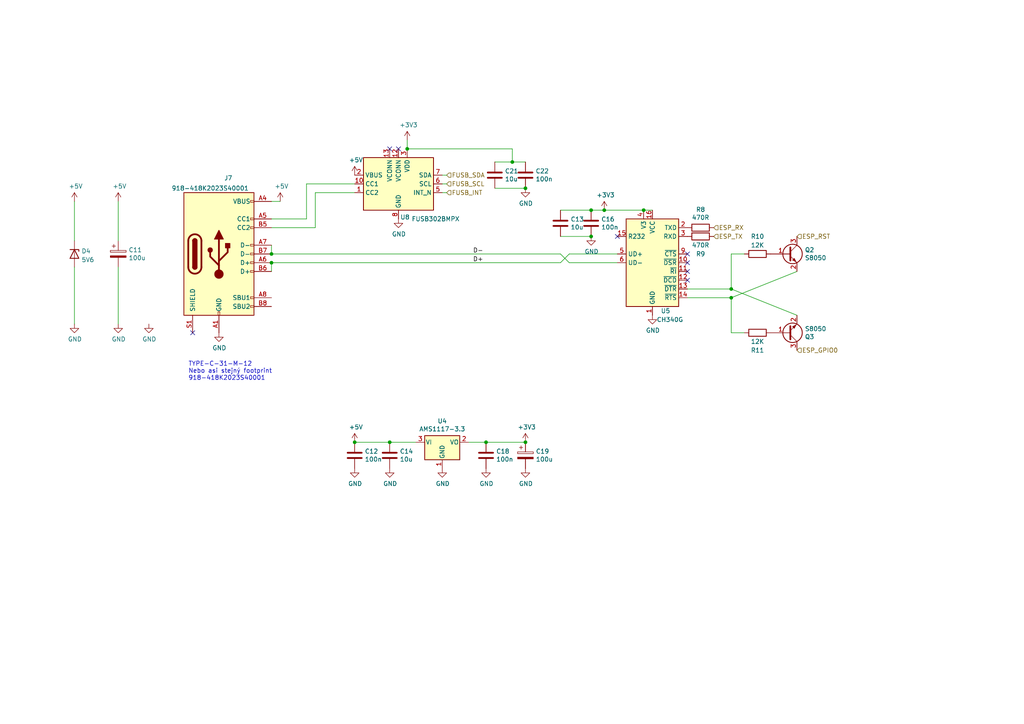
<source format=kicad_sch>
(kicad_sch (version 20230121) (generator eeschema)
  (paper "A4")
  (lib_symbols
    (symbol "Connector:USB_C_Receptacle_USB2.0" (pin_names (offset 1.016))
      (property "Reference" "J" (at -10.16 19.05 0))
      (property "Value" "USB_C_Receptacle_USB2.0" (at 19.05 19.05 0))
      (symbol "USB_C_Receptacle_USB2.0_0_0"
        (rectangle (start -0.254 -17.78) (end 0.254 -16.764))
        (rectangle (start 10.16 -14.986) (end 9.144 -15.494))
        (rectangle (start 10.16 -12.446) (end 9.144 -12.954))
        (rectangle (start 10.16 -4.826) (end 9.144 -5.334))
        (rectangle (start 10.16 -2.286) (end 9.144 -2.794))
        (rectangle (start 10.16 0.254) (end 9.144 -0.254))
        (rectangle (start 10.16 2.794) (end 9.144 2.286))
        (rectangle (start 10.16 7.874) (end 9.144 7.366))
        (rectangle (start 10.16 10.414) (end 9.144 9.906))
        (rectangle (start 10.16 15.494) (end 9.144 14.986))
      )
      (symbol "USB_C_Receptacle_USB2.0_0_1"
        (rectangle (start -10.16 17.78) (end 10.16 -17.78) (stroke (width 0.254)) (fill (type background)))
        (arc (start -8.89 -3.81) (mid -6.985 -5.7067) (end -5.08 -3.81) (stroke (width 0.508)))
        (arc (start -7.62 -3.81) (mid -6.985 -4.4423) (end -6.35 -3.81) (stroke (width 0.254)))
        (arc (start -7.62 -3.81) (mid -6.985 -4.4423) (end -6.35 -3.81) (stroke (width 0.254)) (fill (type outline)))
        (rectangle (start -7.62 -3.81) (end -6.35 3.81) (stroke (width 0.254)) (fill (type outline)))
        (arc (start -6.35 3.81) (mid -6.985 4.4423) (end -7.62 3.81) (stroke (width 0.254)))
        (arc (start -6.35 3.81) (mid -6.985 4.4423) (end -7.62 3.81) (stroke (width 0.254)) (fill (type outline)))
        (arc (start -5.08 3.81) (mid -6.985 5.7067) (end -8.89 3.81) (stroke (width 0.508)))
        (circle (center -2.54 1.143) (radius 0.635) (stroke (width 0.254)) (fill (type outline)))
        (circle (center 0 -5.842) (radius 1.27) (fill (type outline)))
        (polyline (pts (xy -8.89 -3.81) (xy -8.89 3.81)) (stroke (width 0.508)))
        (polyline (pts (xy -5.08 3.81) (xy -5.08 -3.81)) (stroke (width 0.508)))
        (polyline (pts (xy 0 -5.842) (xy 0 4.318)) (stroke (width 0.508)))
        (polyline (pts (xy 0 -3.302) (xy -2.54 -0.762) (xy -2.54 0.508)) (stroke (width 0.508)))
        (polyline (pts (xy 0 -2.032) (xy 2.54 0.508) (xy 2.54 1.778)) (stroke (width 0.508)))
        (polyline (pts (xy -1.27 4.318) (xy 0 6.858) (xy 1.27 4.318) (xy -1.27 4.318)) (stroke (width 0.254)) (fill (type outline)))
        (rectangle (start 1.905 1.778) (end 3.175 3.048) (stroke (width 0.254)) (fill (type outline)))
      )
      (symbol "USB_C_Receptacle_USB2.0_1_1"
        (pin passive line (at 0 -22.86 90) (length 5.08) (name "GND") (number "A1"))
        (pin passive line (at 0 -22.86 90) (length 5.08) hide (name "GND") (number "A12"))
        (pin passive line (at 15.24 15.24 180) (length 5.08) (name "VBUS") (number "A4"))
        (pin bidirectional line (at 15.24 10.16 180) (length 5.08) (name "CC1") (number "A5"))
        (pin bidirectional line (at 15.24 -2.54 180) (length 5.08) (name "D+") (number "A6"))
        (pin bidirectional line (at 15.24 2.54 180) (length 5.08) (name "D-") (number "A7"))
        (pin bidirectional line (at 15.24 -12.7 180) (length 5.08) (name "SBU1") (number "A8"))
        (pin passive line (at 15.24 15.24 180) (length 5.08) hide (name "VBUS") (number "A9"))
        (pin passive line (at 0 -22.86 90) (length 5.08) hide (name "GND") (number "B1"))
        (pin passive line (at 0 -22.86 90) (length 5.08) hide (name "GND") (number "B12"))
        (pin passive line (at 15.24 15.24 180) (length 5.08) hide (name "VBUS") (number "B4"))
        (pin bidirectional line (at 15.24 7.62 180) (length 5.08) (name "CC2") (number "B5"))
        (pin bidirectional line (at 15.24 -5.08 180) (length 5.08) (name "D+") (number "B6"))
        (pin bidirectional line (at 15.24 0 180) (length 5.08) (name "D-") (number "B7"))
        (pin bidirectional line (at 15.24 -15.24 180) (length 5.08) (name "SBU2") (number "B8"))
        (pin passive line (at 15.24 15.24 180) (length 5.08) hide (name "VBUS") (number "B9"))
        (pin passive line (at -7.62 -22.86 90) (length 5.08) (name "SHIELD") (number "S1"))
      )
    )
    (symbol "Device:C" (pin_numbers hide) (pin_names (offset 0.254))
      (property "Reference" "C" (at 0.635 2.54 0))
      (property "Value" "C" (at 0.635 -2.54 0))
      (symbol "C_0_1"
        (polyline (pts (xy -2.032 -0.762) (xy 2.032 -0.762)) (stroke (width 0.508)))
        (polyline (pts (xy -2.032 0.762) (xy 2.032 0.762)) (stroke (width 0.508)))
      )
      (symbol "C_1_1"
        (pin passive line (at 0 3.81 270) (length 2.794) (name "~") (number "1"))
        (pin passive line (at 0 -3.81 90) (length 2.794) (name "~") (number "2"))
      )
    )
    (symbol "Device:C_Polarized" (pin_numbers hide) (pin_names (offset 0.254))
      (property "Reference" "C" (at 0.635 2.54 0))
      (property "Value" "C_Polarized" (at 0.635 -2.54 0))
      (symbol "C_Polarized_0_1"
        (rectangle (start -2.286 0.508) (end 2.286 1.016))
        (polyline (pts (xy -1.778 2.286) (xy -0.762 2.286)))
        (polyline (pts (xy -1.27 2.794) (xy -1.27 1.778)))
        (rectangle (start 2.286 -0.508) (end -2.286 -1.016) (fill (type outline)))
      )
      (symbol "C_Polarized_1_1"
        (pin passive line (at 0 3.81 270) (length 2.794) (name "~") (number "1"))
        (pin passive line (at 0 -3.81 90) (length 2.794) (name "~") (number "2"))
      )
    )
    (symbol "Device:D_Zener" (pin_numbers hide) (pin_names (offset 1.016) hide)
      (property "Reference" "D" (at 0 2.54 0))
      (property "Value" "D_Zener" (at 0 -2.54 0))
      (symbol "D_Zener_0_1"
        (polyline (pts (xy 1.27 0) (xy -1.27 0)))
        (polyline (pts (xy -1.27 -1.27) (xy -1.27 1.27) (xy -0.762 1.27)) (stroke (width 0.254)))
        (polyline (pts (xy 1.27 -1.27) (xy 1.27 1.27) (xy -1.27 0) (xy 1.27 -1.27)) (stroke (width 0.254)))
      )
      (symbol "D_Zener_1_1"
        (pin passive line (at -3.81 0 0) (length 2.54) (name "K") (number "1"))
        (pin passive line (at 3.81 0 180) (length 2.54) (name "A") (number "2"))
      )
    )
    (symbol "Device:Q_NPN_BEC" (pin_names (offset 0) hide)
      (property "Reference" "Q" (at 5.08 1.27 0))
      (property "Value" "Q_NPN_BEC" (at 5.08 -1.27 0))
      (symbol "Q_NPN_BEC_0_1"
        (polyline (pts (xy 0.635 0.635) (xy 2.54 2.54)))
        (polyline (pts (xy 0.635 -0.635) (xy 2.54 -2.54) (xy 2.54 -2.54)))
        (polyline (pts (xy 0.635 1.905) (xy 0.635 -1.905) (xy 0.635 -1.905)) (stroke (width 0.508)))
        (polyline (pts (xy 1.27 -1.778) (xy 1.778 -1.27) (xy 2.286 -2.286) (xy 1.27 -1.778) (xy 1.27 -1.778)) (fill (type outline)))
        (circle (center 1.27 0) (radius 2.8194) (stroke (width 0.254)))
      )
      (symbol "Q_NPN_BEC_1_1"
        (pin input line (at -5.08 0 0) (length 5.715) (name "B") (number "1"))
        (pin passive line (at 2.54 -5.08 90) (length 2.54) (name "E") (number "2"))
        (pin passive line (at 2.54 5.08 270) (length 2.54) (name "C") (number "3"))
      )
    )
    (symbol "Device:R" (pin_numbers hide) (pin_names (offset 0))
      (property "Reference" "R" (at 2.032 0 90))
      (property "Value" "R" (at 0 0 90))
      (symbol "R_0_1"
        (rectangle (start -1.016 -2.54) (end 1.016 2.54) (stroke (width 0.254)))
      )
      (symbol "R_1_1"
        (pin passive line (at 0 3.81 270) (length 1.27) (name "~") (number "1"))
        (pin passive line (at 0 -3.81 90) (length 1.27) (name "~") (number "2"))
      )
    )
    (symbol "Interface_USB:CH340C"
      (property "Reference" "U" (at -5.08 13.97 0))
      (property "Value" "CH340C" (at 1.27 13.97 0))
      (symbol "CH340C_0_1"
        (rectangle (start -7.62 12.7) (end 7.62 -12.7) (stroke (width 0.254)) (fill (type background)))
      )
      (symbol "CH340C_1_1"
        (pin power_in line (at 0 -15.24 90) (length 2.54) (name "GND") (number "1"))
        (pin input line (at 10.16 0 180) (length 2.54) (name "~{DSR}") (number "10"))
        (pin input line (at 10.16 -2.54 180) (length 2.54) (name "~{RI}") (number "11"))
        (pin input line (at 10.16 -5.08 180) (length 2.54) (name "~{DCD}") (number "12"))
        (pin output line (at 10.16 -7.62 180) (length 2.54) (name "~{DTR}") (number "13"))
        (pin output line (at 10.16 -10.16 180) (length 2.54) (name "~{RTS}") (number "14"))
        (pin input line (at -10.16 7.62 0) (length 2.54) (name "R232") (number "15"))
        (pin power_in line (at 0 15.24 270) (length 2.54) (name "VCC") (number "16"))
        (pin output line (at 10.16 10.16 180) (length 2.54) (name "TXD") (number "2"))
        (pin input line (at 10.16 7.62 180) (length 2.54) (name "RXD") (number "3"))
        (pin passive line (at -2.54 15.24 270) (length 2.54) (name "V3") (number "4"))
        (pin bidirectional line (at -10.16 2.54 0) (length 2.54) (name "UD+") (number "5"))
        (pin bidirectional line (at -10.16 0 0) (length 2.54) (name "UD-") (number "6"))
        (pin no_connect line (at -7.62 -7.62 0) (length 2.54) hide (name "NC") (number "7"))
        (pin no_connect line (at -7.62 -10.16 0) (length 2.54) hide (name "NC") (number "8"))
        (pin input line (at 10.16 2.54 180) (length 2.54) (name "~{CTS}") (number "9"))
      )
    )
    (symbol "Interface_USB:FUSB302BMPX"
      (property "Reference" "U" (at -10.16 8.89 0))
      (property "Value" "FUSB302BMPX" (at 3.81 8.89 0))
      (symbol "FUSB302BMPX_0_1"
        (rectangle (start -10.16 7.62) (end 10.16 -7.62) (stroke (width 0.254)) (fill (type background)))
      )
      (symbol "FUSB302BMPX_1_1"
        (pin bidirectional line (at 12.7 -2.54 180) (length 2.54) (name "CC2") (number "1"))
        (pin bidirectional line (at 12.7 0 180) (length 2.54) (name "CC1") (number "10"))
        (pin bidirectional line (at 12.7 0 180) (length 2.54) hide (name "CC1") (number "11"))
        (pin power_in line (at 0 10.16 270) (length 2.54) (name "VCONN") (number "12"))
        (pin power_in line (at 2.54 10.16 270) (length 2.54) (name "VCONN") (number "13"))
        (pin bidirectional line (at 12.7 -2.54 180) (length 2.54) hide (name "CC2") (number "14"))
        (pin passive line (at 0 -10.16 90) (length 2.54) hide (name "GND") (number "15"))
        (pin input line (at 12.7 2.54 180) (length 2.54) (name "VBUS") (number "2"))
        (pin power_in line (at -2.54 10.16 270) (length 2.54) (name "VDD") (number "3"))
        (pin passive line (at -2.54 10.16 270) (length 2.54) hide (name "VDD") (number "4"))
        (pin open_collector line (at -12.7 -2.54 0) (length 2.54) (name "INT_N") (number "5"))
        (pin input line (at -12.7 0 0) (length 2.54) (name "SCL") (number "6"))
        (pin bidirectional line (at -12.7 2.54 0) (length 2.54) (name "SDA") (number "7"))
        (pin power_in line (at 0 -10.16 90) (length 2.54) (name "GND") (number "8"))
        (pin passive line (at 0 -10.16 90) (length 2.54) hide (name "GND") (number "9"))
      )
    )
    (symbol "Regulator_Linear:AMS1117-3.3" (pin_names (offset 0.254))
      (property "Reference" "U" (at -3.81 3.175 0))
      (property "Value" "AMS1117-3.3" (at 0 3.175 0))
      (symbol "AMS1117-3.3_0_1"
        (rectangle (start -5.08 -5.08) (end 5.08 1.905) (stroke (width 0.254)) (fill (type background)))
      )
      (symbol "AMS1117-3.3_1_1"
        (pin power_in line (at 0 -7.62 90) (length 2.54) (name "GND") (number "1"))
        (pin power_out line (at 7.62 0 180) (length 2.54) (name "VO") (number "2"))
        (pin power_in line (at -7.62 0 0) (length 2.54) (name "VI") (number "3"))
      )
    )
    (symbol "power:+3V3" (power) (pin_names (offset 0))
      (property "Value" "+3V3" (at 0 3.556 0))
      (symbol "+3V3_0_1"
        (polyline (pts (xy -0.762 1.27) (xy 0 2.54)))
        (polyline (pts (xy 0 0) (xy 0 2.54)))
        (polyline (pts (xy 0 2.54) (xy 0.762 1.27)))
      )
      (symbol "+3V3_1_1"
        (pin power_in line (at 0 0 90) (length 0) hide (name "+3V3") (number "1"))
      )
    )
    (symbol "power:+5V" (power) (pin_names (offset 0))
      (property "Value" "+5V" (at 0 3.556 0))
      (symbol "+5V_0_1"
        (polyline (pts (xy -0.762 1.27) (xy 0 2.54)))
        (polyline (pts (xy 0 0) (xy 0 2.54)))
        (polyline (pts (xy 0 2.54) (xy 0.762 1.27)))
      )
      (symbol "+5V_1_1"
        (pin power_in line (at 0 0 90) (length 0) hide (name "+5V") (number "1"))
      )
    )
    (symbol "power:GND" (power) (pin_names (offset 0))
      (property "Value" "GND" (at 0 -3.81 0))
      (symbol "GND_0_1"
        (polyline (pts (xy 0 0) (xy 0 -1.27) (xy 1.27 -1.27) (xy 0 -2.54) (xy -1.27 -1.27) (xy 0 -1.27)))
      )
      (symbol "GND_1_1"
        (pin power_in line (at 0 0 270) (length 0) hide (name "GND") (number "1"))
      )
    )
  )
  (junction (at 113.03 128.27))
  (junction (at 171.45 60.96))
  (junction (at 102.87 128.27))
  (junction (at 152.4 128.27))
  (junction (at 212.09 83.82))
  (junction (at 152.4 54.61))
  (junction (at 212.09 86.36))
  (junction (at 118.11 43.18))
  (junction (at 148.59 46.99))
  (junction (at 186.69 60.96))
  (junction (at 140.97 128.27))
  (junction (at 171.45 68.58))
  (junction (at 78.74 76.2))
  (junction (at 175.26 60.96))
  (junction (at 78.74 73.66))
  (no_connect (at 179.07 68.58))
  (no_connect (at 199.39 81.28))
  (no_connect (at 55.88 96.52))
  (no_connect (at 115.57 43.18))
  (no_connect (at 113.03 43.18))
  (no_connect (at 199.39 78.74))
  (no_connect (at 199.39 76.2))
  (no_connect (at 199.39 73.66))
  (wire (pts (xy 78.74 66.04) (xy 91.44 66.04)))
  (wire (pts (xy 162.56 76.2) (xy 165.1 73.66)))
  (wire (pts (xy 162.56 73.66) (xy 165.1 76.2)))
  (wire (pts (xy 199.39 86.36) (xy 212.09 86.36)))
  (wire (pts (xy 21.59 58.42) (xy 21.59 69.85)))
  (wire (pts (xy 231.14 78.74) (xy 212.09 86.36)))
  (wire (pts (xy 215.9 96.52) (xy 212.09 96.52)))
  (wire (pts (xy 21.59 77.47) (xy 21.59 93.98)))
  (wire (pts (xy 78.74 76.2) (xy 162.56 76.2)))
  (wire (pts (xy 88.9 53.34) (xy 88.9 63.5)))
  (wire (pts (xy 143.51 46.99) (xy 148.59 46.99)))
  (wire (pts (xy 212.09 86.36) (xy 212.09 96.52)))
  (wire (pts (xy 135.89 128.27) (xy 140.97 128.27)))
  (wire (pts (xy 128.27 50.8) (xy 129.54 50.8)))
  (wire (pts (xy 186.69 60.96) (xy 175.26 60.96)))
  (wire (pts (xy 102.87 53.34) (xy 88.9 53.34)))
  (wire (pts (xy 175.26 60.96) (xy 171.45 60.96)))
  (wire (pts (xy 118.11 43.18) (xy 148.59 43.18)))
  (wire (pts (xy 189.23 60.96) (xy 186.69 60.96)))
  (wire (pts (xy 81.28 58.42) (xy 78.74 58.42)))
  (wire (pts (xy 199.39 83.82) (xy 212.09 83.82)))
  (wire (pts (xy 212.09 83.82) (xy 231.14 91.44)))
  (wire (pts (xy 78.74 76.2) (xy 78.74 78.74)))
  (wire (pts (xy 34.29 77.47) (xy 34.29 93.98)))
  (wire (pts (xy 152.4 54.61) (xy 143.51 54.61)))
  (wire (pts (xy 128.27 55.88) (xy 129.54 55.88)))
  (wire (pts (xy 165.1 73.66) (xy 179.07 73.66)))
  (wire (pts (xy 88.9 63.5) (xy 78.74 63.5)))
  (wire (pts (xy 212.09 73.66) (xy 215.9 73.66)))
  (wire (pts (xy 140.97 128.27) (xy 152.4 128.27)))
  (wire (pts (xy 148.59 46.99) (xy 148.59 43.18)))
  (wire (pts (xy 179.07 76.2) (xy 165.1 76.2)))
  (wire (pts (xy 91.44 66.04) (xy 91.44 55.88)))
  (wire (pts (xy 162.56 60.96) (xy 171.45 60.96)))
  (wire (pts (xy 128.27 53.34) (xy 129.54 53.34)))
  (wire (pts (xy 118.11 40.64) (xy 118.11 43.18)))
  (wire (pts (xy 34.29 58.42) (xy 34.29 69.85)))
  (wire (pts (xy 212.09 73.66) (xy 212.09 83.82)))
  (wire (pts (xy 78.74 73.66) (xy 78.74 71.12)))
  (wire (pts (xy 78.74 73.66) (xy 162.56 73.66)))
  (wire (pts (xy 113.03 128.27) (xy 102.87 128.27)))
  (wire (pts (xy 120.65 128.27) (xy 113.03 128.27)))
  (wire (pts (xy 91.44 55.88) (xy 102.87 55.88)))
  (wire (pts (xy 171.45 68.58) (xy 162.56 68.58)))
  (wire (pts (xy 148.59 46.99) (xy 152.4 46.99)))
  (text "TYPE-C-31-M-12\nNebo asi stejný footprint\n918-418K2023S40001" (at 54.61 110.49 0) (effects (font (size 1.27 1.27)) (justify left bottom)))
  (label "D+" (at 137.16 76.2 0))
  (label "D-" (at 137.16 73.66 0))
  (hierarchical_label "FUSB_SDA" (shape input) (at 129.54 50.8 0))
  (hierarchical_label "ESP_RST" (shape input) (at 231.14 68.58 0))
  (hierarchical_label "ESP_TX" (shape input) (at 207.01 68.58 0))
  (hierarchical_label "FUSB_INT" (shape input) (at 129.54 55.88 0))
  (hierarchical_label "FUSB_SCL" (shape input) (at 129.54 53.34 0))
  (hierarchical_label "ESP_RX" (shape input) (at 207.01 66.04 0))
  (hierarchical_label "ESP_GPIO0" (shape input) (at 231.14 101.6 0))
  (symbol (lib_id "power:GND") (at 171.45 68.58 0) (unit 1)
    (property "Reference" "#PWR0141" (effects hide))
    (property "Value" "GND" (at 171.577 72.9742 0))
  )
  (symbol (lib_id "power:GND") (at 152.4 135.89 0) (unit 1)
    (property "Reference" "#PWR0150" (effects hide))
    (property "Value" "GND" (at 152.527 140.2842 0))
  )
  (symbol (lib_id "Device:C") (at 102.87 132.08 0) (unit 1)
    (property "Reference" "C12" (at 105.791 130.9116 0) (effects (justify left)))
    (property "Value" "100n" (at 105.791 133.223 0) (effects (justify left)))
    (property "Footprint" "Capacitor_SMD:C_0603_1608Metric" (effects hide))
    (property "LCSC" "C14663" (effects hide))
  )
  (symbol (lib_id "power:+5V") (at 21.59 58.42 0) (unit 1)
    (property "Reference" "#PWR0175" (effects hide))
    (property "Value" "+5V" (at 21.971 54.0258 0))
  )
  (symbol (lib_id "power:GND") (at 115.57 63.5 0) (unit 1)
    (property "Reference" "#PWR0152" (effects hide))
    (property "Value" "GND" (at 115.697 67.8942 0))
  )
  (symbol (lib_id "Device:R") (at 219.71 96.52 270) (unit 1)
    (property "Reference" "R11" (at 219.71 101.6 90))
    (property "Value" "12K" (at 219.71 99.06 90))
    (property "Footprint" "Resistor_SMD:R_0603_1608Metric" (effects hide))
    (property "LCSC" "C22790" (effects hide))
  )
  (symbol (lib_id "Device:C") (at 162.56 64.77 0) (unit 1)
    (property "Reference" "C13" (at 165.481 63.6016 0) (effects (justify left)))
    (property "Value" "10u" (at 165.481 65.913 0) (effects (justify left)))
    (property "Footprint" "Capacitor_SMD:C_0603_1608Metric" (effects hide))
    (property "LCSC" "C19702" (effects hide))
  )
  (symbol (lib_id "power:GND") (at 128.27 135.89 0) (unit 1)
    (property "Reference" "#PWR0147" (effects hide))
    (property "Value" "GND" (at 128.397 140.2842 0))
  )
  (symbol (lib_id "Device:D_Zener") (at 21.59 73.66 270) (unit 1)
    (property "Reference" "D4" (at 23.622 72.8253 90) (effects (justify left)))
    (property "Value" "5V6" (at 23.622 75.3622 90) (effects (justify left)))
    (property "Footprint" "Diode_SMD:D_MiniMELF" (effects hide))
    (property "LCSC" "C8062" (effects hide))
  )
  (symbol (lib_id "Connector:USB_C_Receptacle_USB2.0") (at 63.5 73.66 0) (unit 1)
    (property "Reference" "J7" (at 66.2178 51.6382 0))
    (property "Value" "918-418K2023S40001" (at 60.96 54.61 0))
    (property "Footprint" "Connector_USB:USB_C_Receptacle_HRO_TYPE-C-31-M-12" (effects hide))
    (property "Datasheet" "https://datasheet.lcsc.com/szlcsc/1811131825_Korean-Hroparts-Elec-TYPE-C-31-M-12_C165948.pdf" (effects hide))
    (property "LCSC" "C167321" (effects hide))
  )
  (symbol (lib_id "power:+3V3") (at 152.4 128.27 0) (unit 1)
    (property "Reference" "#PWR0151" (effects hide))
    (property "Value" "+3V3" (at 152.781 123.8758 0))
  )
  (symbol (lib_id "Device:C") (at 152.4 50.8 0) (unit 1)
    (property "Reference" "C22" (at 155.321 49.6316 0) (effects (justify left)))
    (property "Value" "100n" (at 155.321 51.943 0) (effects (justify left)))
    (property "Footprint" "Capacitor_SMD:C_0603_1608Metric" (effects hide))
    (property "LCSC" "C14663" (effects hide))
  )
  (symbol (lib_id "Device:C") (at 113.03 132.08 0) (unit 1)
    (property "Reference" "C14" (at 115.951 130.9116 0) (effects (justify left)))
    (property "Value" "10u" (at 115.951 133.223 0) (effects (justify left)))
    (property "Footprint" "Capacitor_SMD:C_0805_2012Metric" (effects hide))
    (property "LCSC" "C15850" (effects hide))
  )
  (symbol (lib_id "Device:R") (at 203.2 68.58 270) (unit 1)
    (property "Reference" "R9" (at 203.2 73.66 90))
    (property "Value" "470R" (at 203.2 71.12 90))
    (property "Footprint" "Resistor_SMD:R_0603_1608Metric" (effects hide))
    (property "LCSC" "C23179" (effects hide))
  )
  (symbol (lib_id "power:+3V3") (at 118.11 40.64 0) (unit 1)
    (property "Reference" "#PWR0153" (effects hide))
    (property "Value" "+3V3" (at 118.491 36.2458 0))
  )
  (symbol (lib_id "power:GND") (at 152.4 54.61 0) (unit 1)
    (property "Reference" "#PWR0158" (effects hide))
    (property "Value" "GND" (at 152.527 59.0042 0))
  )
  (symbol (lib_id "power:+5V") (at 102.87 128.27 0) (unit 1)
    (property "Reference" "#PWR0145" (effects hide))
    (property "Value" "+5V" (at 103.251 123.8758 0))
  )
  (symbol (lib_id "Device:Q_NPN_BEC") (at 228.6 96.52 0) (mirror x) (unit 1)
    (property "Reference" "Q3" (at 233.426 97.6884 0) (effects (justify left)))
    (property "Value" "S8050" (at 233.426 95.377 0) (effects (justify left)))
    (property "Footprint" "Package_TO_SOT_SMD:SOT-23" (effects hide))
    (property "Datasheet" "https://datasheet.lcsc.com/szlcsc/Changjiang-Electronics-Tech-CJ-S8050_C2146.pdf" (effects hide))
    (property "LCSC" "C2146" (effects hide))
  )
  (symbol (lib_id "power:GND") (at 34.29 93.98 0) (unit 1)
    (property "Reference" "#PWR0155" (effects hide))
    (property "Value" "GND" (at 34.417 98.3742 0))
  )
  (symbol (lib_id "Interface_USB:CH340C") (at 189.23 76.2 0) (unit 1)
    (property "Reference" "U5" (at 193.04 90.17 0))
    (property "Value" "CH340G" (at 194.31 92.71 0))
    (property "Footprint" "Package_SO:SOIC-16_3.9x9.9mm_P1.27mm" (effects hide))
    (property "Datasheet" "https://datasheet.lcsc.com/szlcsc/Jiangsu-Qin-Heng-CH340C_C84681.pdf" (effects hide))
    (property "LCSC" "C84681" (effects hide))
  )
  (symbol (lib_id "Interface_USB:FUSB302BMPX") (at 115.57 53.34 0) (mirror y) (unit 1)
    (property "Reference" "U8" (at 116.0906 62.9904 0) (effects (justify right)))
    (property "Value" "FUSB302BMPX" (at 119.38 63.5 0) (effects (justify right)))
    (property "Footprint" "Package_DFN_QFN:WQFN-14-1EP_2.5x2.5mm_P0.5mm_EP1.45x1.45mm" (effects hide))
    (property "Datasheet" "http://www.onsemi.com/pub/Collateral/FUSB302B-D.PDF" (effects hide))
    (property "LCSC" "C132291" (effects hide))
  )
  (symbol (lib_id "Device:C") (at 171.45 64.77 0) (unit 1)
    (property "Reference" "C16" (at 174.371 63.6016 0) (effects (justify left)))
    (property "Value" "100n" (at 174.371 65.913 0) (effects (justify left)))
    (property "Footprint" "Capacitor_SMD:C_0603_1608Metric" (effects hide))
    (property "LCSC" "C14663" (effects hide))
  )
  (symbol (lib_id "Device:C") (at 143.51 50.8 0) (unit 1)
    (property "Reference" "C21" (at 146.431 49.6316 0) (effects (justify left)))
    (property "Value" "10u" (at 146.431 51.943 0) (effects (justify left)))
    (property "Footprint" "Capacitor_SMD:C_0603_1608Metric" (effects hide))
    (property "LCSC" "C19702" (effects hide))
  )
  (symbol (lib_id "power:GND") (at 113.03 135.89 0) (unit 1)
    (property "Reference" "#PWR0148" (effects hide))
    (property "Value" "GND" (at 113.157 140.2842 0))
  )
  (symbol (lib_id "power:+5V") (at 81.28 58.42 0) (unit 1)
    (property "Reference" "#PWR0160" (effects hide))
    (property "Value" "+5V" (at 81.661 54.0258 0))
  )
  (symbol (lib_id "power:GND") (at 21.59 93.98 0) (unit 1)
    (property "Reference" "#PWR0174" (effects hide))
    (property "Value" "GND" (at 21.717 98.3742 0))
  )
  (symbol (lib_id "power:+5V") (at 102.87 50.8 0) (unit 1)
    (property "Reference" "#PWR0139" (effects hide))
    (property "Value" "+5V" (at 103.251 46.4058 0))
  )
  (symbol (lib_id "power:+5V") (at 34.29 58.42 0) (unit 1)
    (property "Reference" "#PWR0156" (effects hide))
    (property "Value" "+5V" (at 34.671 54.0258 0))
  )
  (symbol (lib_id "Device:C") (at 140.97 132.08 0) (unit 1)
    (property "Reference" "C18" (at 143.891 130.9116 0) (effects (justify left)))
    (property "Value" "100n" (at 143.891 133.223 0) (effects (justify left)))
    (property "Footprint" "Capacitor_SMD:C_0603_1608Metric" (effects hide))
    (property "LCSC" "C14663" (effects hide))
  )
  (symbol (lib_id "power:GND") (at 102.87 135.89 0) (unit 1)
    (property "Reference" "#PWR0146" (effects hide))
    (property "Value" "GND" (at 102.997 140.2842 0))
  )
  (symbol (lib_id "Device:Q_NPN_BEC") (at 228.6 73.66 0) (unit 1)
    (property "Reference" "Q2" (at 233.426 72.4916 0) (effects (justify left)))
    (property "Value" "S8050" (at 233.426 74.803 0) (effects (justify left)))
    (property "Footprint" "Package_TO_SOT_SMD:SOT-23" (effects hide))
    (property "Datasheet" "https://datasheet.lcsc.com/szlcsc/Changjiang-Electronics-Tech-CJ-S8050_C2146.pdf" (effects hide))
    (property "LCSC" "C2146" (effects hide))
  )
  (symbol (lib_id "power:GND") (at 189.23 91.44 0) (unit 1)
    (property "Reference" "#PWR0143" (effects hide))
    (property "Value" "GND" (at 189.357 95.8342 0))
  )
  (symbol (lib_id "Device:C_Polarized") (at 152.4 132.08 0) (unit 1)
    (property "Reference" "C19" (at 155.3972 130.9116 0) (effects (justify left)))
    (property "Value" "100u" (at 155.3972 133.223 0) (effects (justify left)))
    (property "Footprint" "Capacitor_THT:CP_Radial_D5.0mm_P2.00mm" (effects hide))
    (property "LCSC" "C43348" (effects hide))
  )
  (symbol (lib_id "power:GND") (at 43.18 93.98 0) (unit 1)
    (property "Reference" "#PWR0178" (effects hide))
    (property "Value" "GND" (at 43.307 98.3742 0))
  )
  (symbol (lib_id "Regulator_Linear:AMS1117-3.3") (at 128.27 128.27 0) (unit 1)
    (property "Reference" "U4" (at 128.27 122.1232 0))
    (property "Value" "AMS1117-3.3" (at 128.27 124.4346 0))
    (property "Footprint" "Package_TO_SOT_SMD:SOT-223-3_TabPin2" (effects hide))
    (property "Datasheet" "http://www.advanced-monolithic.com/pdf/ds1117.pdf" (effects hide))
    (property "LCSC" "C6186" (effects hide))
  )
  (symbol (lib_id "power:+3V3") (at 175.26 60.96 0) (unit 1)
    (property "Reference" "#PWR0142" (effects hide))
    (property "Value" "+3V3" (at 175.641 56.5658 0))
  )
  (symbol (lib_id "power:GND") (at 140.97 135.89 0) (unit 1)
    (property "Reference" "#PWR0144" (effects hide))
    (property "Value" "GND" (at 141.097 140.2842 0))
  )
  (symbol (lib_id "power:GND") (at 63.5 96.52 0) (unit 1)
    (property "Reference" "#PWR0157" (effects hide))
    (property "Value" "GND" (at 63.627 100.9142 0))
  )
  (symbol (lib_id "Device:R") (at 219.71 73.66 270) (unit 1)
    (property "Reference" "R10" (at 219.71 68.58 90))
    (property "Value" "12K" (at 219.71 71.12 90))
    (property "Footprint" "Resistor_SMD:R_0603_1608Metric" (effects hide))
    (property "LCSC" "C22790" (effects hide))
  )
  (symbol (lib_id "Device:C_Polarized") (at 34.29 73.66 0) (unit 1)
    (property "Reference" "C11" (at 37.2872 72.4916 0) (effects (justify left)))
    (property "Value" "100u" (at 37.2872 74.803 0) (effects (justify left)))
    (property "Footprint" "Capacitor_THT:CP_Radial_D5.0mm_P2.00mm" (effects hide))
    (property "LCSC" "C43348" (effects hide))
  )
  (symbol (lib_id "Device:R") (at 203.2 66.04 270) (unit 1)
    (property "Reference" "R8" (at 203.2 60.7822 90))
    (property "Value" "470R" (at 203.2 63.0936 90))
    (property "Footprint" "Resistor_SMD:R_0603_1608Metric" (effects hide))
    (property "LCSC" "C23179" (effects hide))
  )
)
</source>
